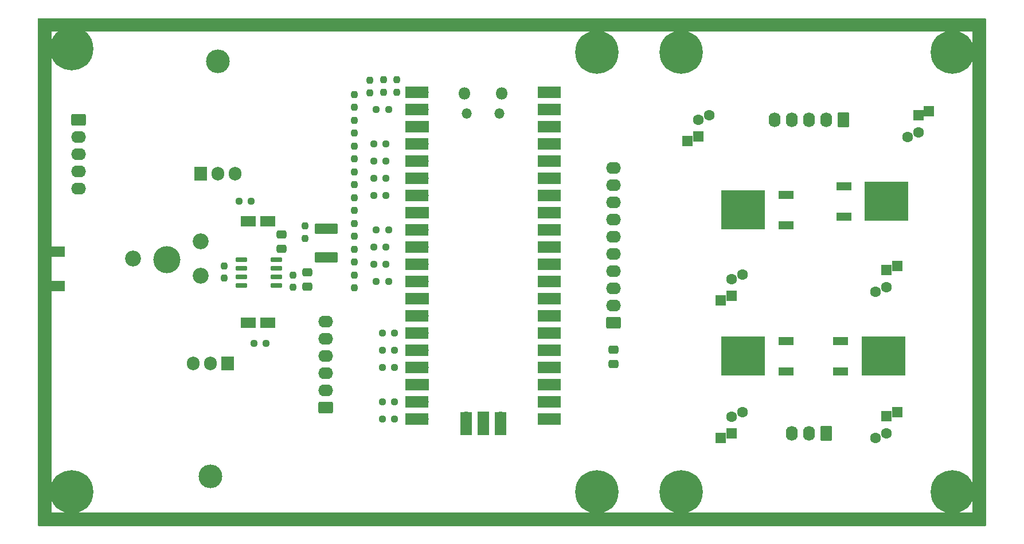
<source format=gts>
G04 #@! TF.GenerationSoftware,KiCad,Pcbnew,(6.0.0)*
G04 #@! TF.CreationDate,2022-07-21T12:24:26+02:00*
G04 #@! TF.ProjectId,AWG,4157472e-6b69-4636-9164-5f7063625858,rev?*
G04 #@! TF.SameCoordinates,Original*
G04 #@! TF.FileFunction,Soldermask,Top*
G04 #@! TF.FilePolarity,Negative*
%FSLAX46Y46*%
G04 Gerber Fmt 4.6, Leading zero omitted, Abs format (unit mm)*
G04 Created by KiCad (PCBNEW (6.0.0)) date 2022-07-21 12:24:26*
%MOMM*%
%LPD*%
G01*
G04 APERTURE LIST*
G04 Aperture macros list*
%AMRoundRect*
0 Rectangle with rounded corners*
0 $1 Rounding radius*
0 $2 $3 $4 $5 $6 $7 $8 $9 X,Y pos of 4 corners*
0 Add a 4 corners polygon primitive as box body*
4,1,4,$2,$3,$4,$5,$6,$7,$8,$9,$2,$3,0*
0 Add four circle primitives for the rounded corners*
1,1,$1+$1,$2,$3*
1,1,$1+$1,$4,$5*
1,1,$1+$1,$6,$7*
1,1,$1+$1,$8,$9*
0 Add four rect primitives between the rounded corners*
20,1,$1+$1,$2,$3,$4,$5,0*
20,1,$1+$1,$4,$5,$6,$7,0*
20,1,$1+$1,$6,$7,$8,$9,0*
20,1,$1+$1,$8,$9,$2,$3,0*%
G04 Aperture macros list end*
%ADD10RoundRect,0.250000X-0.475000X0.337500X-0.475000X-0.337500X0.475000X-0.337500X0.475000X0.337500X0*%
%ADD11R,1.600000X1.600000*%
%ADD12C,1.600000*%
%ADD13RoundRect,0.249999X0.845001X-0.620001X0.845001X0.620001X-0.845001X0.620001X-0.845001X-0.620001X0*%
%ADD14O,2.190000X1.740000*%
%ADD15RoundRect,0.249999X0.620001X0.845001X-0.620001X0.845001X-0.620001X-0.845001X0.620001X-0.845001X0*%
%ADD16O,1.740000X2.190000*%
%ADD17O,3.500000X3.500000*%
%ADD18R,1.905000X2.000000*%
%ADD19O,1.905000X2.000000*%
%ADD20RoundRect,0.237500X0.250000X0.237500X-0.250000X0.237500X-0.250000X-0.237500X0.250000X-0.237500X0*%
%ADD21RoundRect,0.237500X0.237500X-0.250000X0.237500X0.250000X-0.237500X0.250000X-0.237500X-0.250000X0*%
%ADD22RoundRect,0.237500X-0.237500X0.250000X-0.237500X-0.250000X0.237500X-0.250000X0.237500X0.250000X0*%
%ADD23C,4.000000*%
%ADD24C,2.340000*%
%ADD25RoundRect,0.150000X0.725000X0.150000X-0.725000X0.150000X-0.725000X-0.150000X0.725000X-0.150000X0*%
%ADD26R,2.200000X1.200000*%
%ADD27R,6.400000X5.800000*%
%ADD28O,1.800000X1.800000*%
%ADD29O,1.500000X1.500000*%
%ADD30O,1.700000X1.700000*%
%ADD31R,3.500000X1.700000*%
%ADD32R,1.700000X1.700000*%
%ADD33R,1.700000X3.500000*%
%ADD34C,0.800000*%
%ADD35C,6.400000*%
%ADD36R,2.200000X1.500000*%
%ADD37RoundRect,0.249999X-0.845001X0.620001X-0.845001X-0.620001X0.845001X-0.620001X0.845001X0.620001X0*%
%ADD38RoundRect,0.237500X-0.250000X-0.237500X0.250000X-0.237500X0.250000X0.237500X-0.250000X0.237500X0*%
%ADD39RoundRect,0.249998X-1.450002X0.537502X-1.450002X-0.537502X1.450002X-0.537502X1.450002X0.537502X0*%
%ADD40R,4.000000X1.500000*%
G04 APERTURE END LIST*
D10*
X225000000Y-98962500D03*
X225000000Y-101037500D03*
D11*
X242440000Y-111360000D03*
X240840000Y-112030937D03*
D12*
X242440000Y-108860000D03*
X244040000Y-108189063D03*
D11*
X240840000Y-91710937D03*
X242440000Y-91040000D03*
D12*
X244040000Y-87869063D03*
X242440000Y-88540000D03*
D11*
X265300000Y-87230000D03*
X266900000Y-86559063D03*
D12*
X263700000Y-90400937D03*
X265300000Y-89730000D03*
D11*
X270000000Y-64370000D03*
X271600000Y-63699063D03*
D12*
X268400000Y-67540937D03*
X270000000Y-66870000D03*
D13*
X225000000Y-95000000D03*
D14*
X225000000Y-92460000D03*
X225000000Y-89920000D03*
X225000000Y-87380000D03*
X225000000Y-84840000D03*
X225000000Y-82300000D03*
X225000000Y-79760000D03*
X225000000Y-77220000D03*
X225000000Y-74680000D03*
X225000000Y-72140000D03*
D15*
X256410000Y-111360000D03*
D16*
X253870000Y-111360000D03*
X251330000Y-111360000D03*
D15*
X258950000Y-65000000D03*
D16*
X256410000Y-65000000D03*
X253870000Y-65000000D03*
X251330000Y-65000000D03*
X248790000Y-65000000D03*
D13*
X182500000Y-107500000D03*
D14*
X182500000Y-104960000D03*
X182500000Y-102420000D03*
X182500000Y-99880000D03*
X182500000Y-97340000D03*
X182500000Y-94800000D03*
D17*
X165460000Y-117660000D03*
D18*
X168000000Y-101000000D03*
D19*
X165460000Y-101000000D03*
X162920000Y-101000000D03*
D20*
X191412500Y-73660000D03*
X189587500Y-73660000D03*
X191412500Y-71120000D03*
X189587500Y-71120000D03*
X191412500Y-68580000D03*
X189587500Y-68580000D03*
D21*
X186690000Y-89812500D03*
X186690000Y-87987500D03*
X186690000Y-86002500D03*
X186690000Y-84177500D03*
X186690000Y-82192500D03*
X186690000Y-80367500D03*
X186690000Y-78382500D03*
X186690000Y-76557500D03*
X186690000Y-74572500D03*
X186690000Y-72747500D03*
X186690000Y-70762500D03*
X186690000Y-68937500D03*
X186690000Y-66952500D03*
X186690000Y-65127500D03*
X186690000Y-63142500D03*
X186690000Y-61317500D03*
D22*
X189000000Y-59175000D03*
X189000000Y-61000000D03*
D21*
X191000000Y-60912500D03*
X191000000Y-59087500D03*
X179400000Y-82512500D03*
X179400000Y-80687500D03*
D22*
X177680000Y-87947500D03*
X177680000Y-89772500D03*
X167500000Y-86587500D03*
X167500000Y-88412500D03*
D20*
X171512500Y-77000000D03*
X169687500Y-77000000D03*
X192682500Y-99060000D03*
X190857500Y-99060000D03*
X192682500Y-101600000D03*
X190857500Y-101600000D03*
X192682500Y-106680000D03*
X190857500Y-106680000D03*
X192682500Y-109220000D03*
X190857500Y-109220000D03*
D23*
X159000000Y-85650000D03*
D24*
X164000000Y-83000000D03*
X154000000Y-85500000D03*
X164000000Y-88000000D03*
D25*
X175175000Y-89495000D03*
X175175000Y-88225000D03*
X175175000Y-86955000D03*
X175175000Y-85685000D03*
X170025000Y-85685000D03*
X170025000Y-86955000D03*
X170025000Y-88225000D03*
X170025000Y-89495000D03*
D26*
X250450000Y-102210000D03*
D27*
X244150000Y-99930000D03*
D26*
X250450000Y-97650000D03*
X250450000Y-80620000D03*
D27*
X244150000Y-78340000D03*
D26*
X250450000Y-76060000D03*
X258560000Y-97650000D03*
D27*
X264860000Y-99930000D03*
D26*
X258560000Y-102210000D03*
X259000000Y-74790000D03*
D27*
X265300000Y-77070000D03*
D26*
X259000000Y-79350000D03*
D22*
X193000000Y-59087500D03*
X193000000Y-60912500D03*
D20*
X191770000Y-63500000D03*
X189945000Y-63500000D03*
X191412500Y-76200000D03*
X189587500Y-76200000D03*
X191770000Y-81280000D03*
X189945000Y-81280000D03*
X191412500Y-83820000D03*
X189587500Y-83820000D03*
X191412500Y-86360000D03*
X189587500Y-86360000D03*
D28*
X208465000Y-61090000D03*
D29*
X208165000Y-64120000D03*
D28*
X203015000Y-61090000D03*
D29*
X203315000Y-64120000D03*
D30*
X196850000Y-60960000D03*
D31*
X195950000Y-60960000D03*
X195950000Y-63500000D03*
D30*
X196850000Y-63500000D03*
D31*
X195950000Y-66040000D03*
D32*
X196850000Y-66040000D03*
D31*
X195950000Y-68580000D03*
D30*
X196850000Y-68580000D03*
D31*
X195950000Y-71120000D03*
D30*
X196850000Y-71120000D03*
X196850000Y-73660000D03*
D31*
X195950000Y-73660000D03*
X195950000Y-76200000D03*
D30*
X196850000Y-76200000D03*
D32*
X196850000Y-78740000D03*
D31*
X195950000Y-78740000D03*
X195950000Y-81280000D03*
D30*
X196850000Y-81280000D03*
D31*
X195950000Y-83820000D03*
D30*
X196850000Y-83820000D03*
D31*
X195950000Y-86360000D03*
D30*
X196850000Y-86360000D03*
D31*
X195950000Y-88900000D03*
D30*
X196850000Y-88900000D03*
D32*
X196850000Y-91440000D03*
D31*
X195950000Y-91440000D03*
X195950000Y-93980000D03*
D30*
X196850000Y-93980000D03*
D31*
X195950000Y-96520000D03*
D30*
X196850000Y-96520000D03*
X196850000Y-99060000D03*
D31*
X195950000Y-99060000D03*
X195950000Y-101600000D03*
D30*
X196850000Y-101600000D03*
D31*
X195950000Y-104140000D03*
D32*
X196850000Y-104140000D03*
D31*
X195950000Y-106680000D03*
D30*
X196850000Y-106680000D03*
D31*
X195950000Y-109220000D03*
D30*
X196850000Y-109220000D03*
X214630000Y-109220000D03*
D31*
X215530000Y-109220000D03*
X215530000Y-106680000D03*
D30*
X214630000Y-106680000D03*
D31*
X215530000Y-104140000D03*
D32*
X214630000Y-104140000D03*
D30*
X214630000Y-101600000D03*
D31*
X215530000Y-101600000D03*
X215530000Y-99060000D03*
D30*
X214630000Y-99060000D03*
X214630000Y-96520000D03*
D31*
X215530000Y-96520000D03*
D30*
X214630000Y-93980000D03*
D31*
X215530000Y-93980000D03*
X215530000Y-91440000D03*
D32*
X214630000Y-91440000D03*
D31*
X215530000Y-88900000D03*
D30*
X214630000Y-88900000D03*
D31*
X215530000Y-86360000D03*
D30*
X214630000Y-86360000D03*
D31*
X215530000Y-83820000D03*
D30*
X214630000Y-83820000D03*
D31*
X215530000Y-81280000D03*
D30*
X214630000Y-81280000D03*
D31*
X215530000Y-78740000D03*
D32*
X214630000Y-78740000D03*
D30*
X214630000Y-76200000D03*
D31*
X215530000Y-76200000D03*
D30*
X214630000Y-73660000D03*
D31*
X215530000Y-73660000D03*
D30*
X214630000Y-71120000D03*
D31*
X215530000Y-71120000D03*
X215530000Y-68580000D03*
D30*
X214630000Y-68580000D03*
D32*
X214630000Y-66040000D03*
D31*
X215530000Y-66040000D03*
D30*
X214630000Y-63500000D03*
D31*
X215530000Y-63500000D03*
X215530000Y-60960000D03*
D30*
X214630000Y-60960000D03*
X203200000Y-108990000D03*
D33*
X203200000Y-109890000D03*
D32*
X205740000Y-108990000D03*
D33*
X205740000Y-109890000D03*
X208280000Y-109890000D03*
D30*
X208280000Y-108990000D03*
D20*
X191770000Y-88900000D03*
X189945000Y-88900000D03*
X192682500Y-96520000D03*
X190857500Y-96520000D03*
D11*
X265300000Y-108820000D03*
X266900000Y-108149063D03*
D12*
X265300000Y-111320000D03*
X263700000Y-111990937D03*
D34*
X273302944Y-118302944D03*
X276697056Y-121697056D03*
X277400000Y-120000000D03*
X273302944Y-121697056D03*
X275000000Y-122400000D03*
D35*
X275000000Y-120000000D03*
D34*
X276697056Y-118302944D03*
X275000000Y-117600000D03*
X272600000Y-120000000D03*
X142600000Y-54500000D03*
X143302944Y-56197056D03*
X145000000Y-56900000D03*
X145000000Y-52100000D03*
X147400000Y-54500000D03*
D35*
X145000000Y-54500000D03*
D34*
X143302944Y-52802944D03*
X146697056Y-56197056D03*
X146697056Y-52802944D03*
X275000000Y-57400000D03*
X273302944Y-53302944D03*
X275000000Y-52600000D03*
X272600000Y-55000000D03*
X277400000Y-55000000D03*
D35*
X275000000Y-55000000D03*
D34*
X273302944Y-56697056D03*
X276697056Y-56697056D03*
X276697056Y-53302944D03*
X143302944Y-121697056D03*
X145000000Y-122400000D03*
X143302944Y-118302944D03*
X145000000Y-117600000D03*
X147400000Y-120000000D03*
X146697056Y-121697056D03*
X146697056Y-118302944D03*
D35*
X145000000Y-120000000D03*
D34*
X142600000Y-120000000D03*
D11*
X237500000Y-67500000D03*
X235900000Y-68170937D03*
D12*
X237500000Y-65000000D03*
X239100000Y-64329063D03*
D34*
X235000000Y-122400000D03*
X232600000Y-120000000D03*
X233302944Y-118302944D03*
X237400000Y-120000000D03*
X233302944Y-121697056D03*
X235000000Y-117600000D03*
X236697056Y-121697056D03*
D35*
X235000000Y-120000000D03*
D34*
X236697056Y-118302944D03*
X222500000Y-52600000D03*
X224900000Y-55000000D03*
D35*
X222500000Y-55000000D03*
D34*
X224197056Y-56697056D03*
X222500000Y-57400000D03*
X220802944Y-53302944D03*
X224197056Y-53302944D03*
X220100000Y-55000000D03*
X220802944Y-56697056D03*
X222500000Y-122400000D03*
X220802944Y-118302944D03*
X220100000Y-120000000D03*
D35*
X222500000Y-120000000D03*
D34*
X220802944Y-121697056D03*
X224197056Y-121697056D03*
X224197056Y-118302944D03*
X222500000Y-117600000D03*
X224900000Y-120000000D03*
X236697056Y-53302944D03*
X233302944Y-56697056D03*
D35*
X235000000Y-55000000D03*
D34*
X236697056Y-56697056D03*
X237400000Y-55000000D03*
X232600000Y-55000000D03*
X235000000Y-52600000D03*
X233302944Y-53302944D03*
X235000000Y-57400000D03*
D10*
X176000000Y-81962500D03*
X176000000Y-84037500D03*
D36*
X171050000Y-95000000D03*
X173950000Y-95000000D03*
X173950000Y-80000000D03*
X171050000Y-80000000D03*
D37*
X146000000Y-65000000D03*
D14*
X146000000Y-67540000D03*
X146000000Y-70080000D03*
X146000000Y-72620000D03*
X146000000Y-75160000D03*
D38*
X171887500Y-98000000D03*
X173712500Y-98000000D03*
D39*
X182600000Y-81062500D03*
X182600000Y-85337500D03*
D10*
X179800000Y-87562500D03*
X179800000Y-89637500D03*
D17*
X166540000Y-56340000D03*
D18*
X164000000Y-73000000D03*
D19*
X166540000Y-73000000D03*
X169080000Y-73000000D03*
D40*
X142000000Y-84460000D03*
X142000000Y-89540000D03*
G36*
X279942121Y-50020002D02*
G01*
X279988614Y-50073658D01*
X280000000Y-50126000D01*
X280000000Y-52128000D01*
X279979998Y-52196121D01*
X279926342Y-52242614D01*
X279874000Y-52254000D01*
X278126000Y-52254000D01*
X278057879Y-52233998D01*
X278011386Y-52180342D01*
X278000000Y-52128000D01*
X278000000Y-52018115D01*
X277995525Y-52002876D01*
X277994135Y-52001671D01*
X277986452Y-52000000D01*
X142018115Y-52000000D01*
X142002876Y-52004475D01*
X142001671Y-52005865D01*
X142000000Y-52013548D01*
X142000000Y-52128000D01*
X141979998Y-52196121D01*
X141926342Y-52242614D01*
X141874000Y-52254000D01*
X140126000Y-52254000D01*
X140057879Y-52233998D01*
X140011386Y-52180342D01*
X140000000Y-52128000D01*
X140000000Y-50126000D01*
X140020002Y-50057879D01*
X140073658Y-50011386D01*
X140126000Y-50000000D01*
X279874000Y-50000000D01*
X279942121Y-50020002D01*
G37*
G36*
X142003094Y-51746152D02*
G01*
X142018709Y-51746919D01*
X142031018Y-51748131D01*
X142039329Y-51749364D01*
X142103777Y-51779146D01*
X142141892Y-51839044D01*
X142141574Y-51910040D01*
X142102923Y-51969593D01*
X142038210Y-51998797D01*
X142020838Y-52000000D01*
X142018115Y-52000000D01*
X142002876Y-52004475D01*
X142001671Y-52005865D01*
X142000000Y-52013548D01*
X142000000Y-122981885D01*
X142004475Y-122997124D01*
X142005865Y-122998329D01*
X142013548Y-123000000D01*
X277981885Y-123000000D01*
X277997124Y-122995525D01*
X277998329Y-122994135D01*
X278000000Y-122986452D01*
X278000000Y-52018115D01*
X277995525Y-52002876D01*
X277994135Y-52001671D01*
X277986452Y-52000000D01*
X277979162Y-52000000D01*
X277911041Y-51979998D01*
X277864548Y-51926342D01*
X277854444Y-51856068D01*
X277883938Y-51791488D01*
X277943664Y-51753104D01*
X277960671Y-51749364D01*
X277968982Y-51748131D01*
X277981291Y-51746919D01*
X277996906Y-51746152D01*
X278003088Y-51746000D01*
X279874000Y-51746000D01*
X279942121Y-51766002D01*
X279988614Y-51819658D01*
X280000000Y-51872000D01*
X280000000Y-124874000D01*
X279979998Y-124942121D01*
X279926342Y-124988614D01*
X279874000Y-125000000D01*
X140126000Y-125000000D01*
X140057879Y-124979998D01*
X140011386Y-124926342D01*
X140000000Y-124874000D01*
X140000000Y-51872000D01*
X140020002Y-51803879D01*
X140073658Y-51757386D01*
X140126000Y-51746000D01*
X141996912Y-51746000D01*
X142003094Y-51746152D01*
G37*
G36*
X279942121Y-50020002D02*
G01*
X279988614Y-50073658D01*
X280000000Y-50126000D01*
X280000000Y-52128000D01*
X279979998Y-52196121D01*
X279926342Y-52242614D01*
X279874000Y-52254000D01*
X278126000Y-52254000D01*
X278057879Y-52233998D01*
X278011386Y-52180342D01*
X278000000Y-52128000D01*
X278000000Y-52018115D01*
X277995525Y-52002876D01*
X277994135Y-52001671D01*
X277986452Y-52000000D01*
X142018115Y-52000000D01*
X142002876Y-52004475D01*
X142001671Y-52005865D01*
X142000000Y-52013548D01*
X142000000Y-52128000D01*
X141979998Y-52196121D01*
X141926342Y-52242614D01*
X141874000Y-52254000D01*
X140126000Y-52254000D01*
X140057879Y-52233998D01*
X140011386Y-52180342D01*
X140000000Y-52128000D01*
X140000000Y-50126000D01*
X140020002Y-50057879D01*
X140073658Y-50011386D01*
X140126000Y-50000000D01*
X279874000Y-50000000D01*
X279942121Y-50020002D01*
G37*
M02*

</source>
